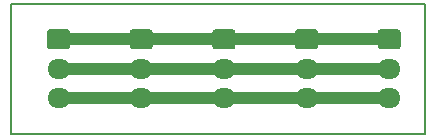
<source format=gbr>
%TF.GenerationSoftware,KiCad,Pcbnew,(5.1.9)-1*%
%TF.CreationDate,2021-06-10T11:00:13+02:00*%
%TF.ProjectId,20_Multiprise_JST_3pins,32305f4d-756c-4746-9970-726973655f4a,rev?*%
%TF.SameCoordinates,Original*%
%TF.FileFunction,Copper,L2,Bot*%
%TF.FilePolarity,Positive*%
%FSLAX46Y46*%
G04 Gerber Fmt 4.6, Leading zero omitted, Abs format (unit mm)*
G04 Created by KiCad (PCBNEW (5.1.9)-1) date 2021-06-10 11:00:13*
%MOMM*%
%LPD*%
G01*
G04 APERTURE LIST*
%TA.AperFunction,Profile*%
%ADD10C,0.150000*%
%TD*%
%TA.AperFunction,ComponentPad*%
%ADD11O,1.950000X1.700000*%
%TD*%
%TA.AperFunction,Conductor*%
%ADD12C,1.000000*%
%TD*%
G04 APERTURE END LIST*
D10*
X145000000Y-133000000D02*
X145000000Y-122000000D01*
X180000000Y-133000000D02*
X145000000Y-133000000D01*
X180000000Y-122000000D02*
X180000000Y-133000000D01*
X145000000Y-122000000D02*
X180000000Y-122000000D01*
%TO.P,J1,1*%
%TO.N,pin1*%
%TA.AperFunction,ComponentPad*%
G36*
G01*
X148275000Y-124150000D02*
X149725000Y-124150000D01*
G75*
G02*
X149975000Y-124400000I0J-250000D01*
G01*
X149975000Y-125600000D01*
G75*
G02*
X149725000Y-125850000I-250000J0D01*
G01*
X148275000Y-125850000D01*
G75*
G02*
X148025000Y-125600000I0J250000D01*
G01*
X148025000Y-124400000D01*
G75*
G02*
X148275000Y-124150000I250000J0D01*
G01*
G37*
%TD.AperFunction*%
D11*
%TO.P,J1,2*%
%TO.N,pin2*%
X149000000Y-127500000D03*
%TO.P,J1,3*%
%TO.N,pin3*%
X149000000Y-130000000D03*
%TD*%
%TO.P,J2,3*%
%TO.N,pin3*%
X156000000Y-130000000D03*
%TO.P,J2,2*%
%TO.N,pin2*%
X156000000Y-127500000D03*
%TO.P,J2,1*%
%TO.N,pin1*%
%TA.AperFunction,ComponentPad*%
G36*
G01*
X155275000Y-124150000D02*
X156725000Y-124150000D01*
G75*
G02*
X156975000Y-124400000I0J-250000D01*
G01*
X156975000Y-125600000D01*
G75*
G02*
X156725000Y-125850000I-250000J0D01*
G01*
X155275000Y-125850000D01*
G75*
G02*
X155025000Y-125600000I0J250000D01*
G01*
X155025000Y-124400000D01*
G75*
G02*
X155275000Y-124150000I250000J0D01*
G01*
G37*
%TD.AperFunction*%
%TD*%
%TO.P,J3,1*%
%TO.N,pin1*%
%TA.AperFunction,ComponentPad*%
G36*
G01*
X162275000Y-124150000D02*
X163725000Y-124150000D01*
G75*
G02*
X163975000Y-124400000I0J-250000D01*
G01*
X163975000Y-125600000D01*
G75*
G02*
X163725000Y-125850000I-250000J0D01*
G01*
X162275000Y-125850000D01*
G75*
G02*
X162025000Y-125600000I0J250000D01*
G01*
X162025000Y-124400000D01*
G75*
G02*
X162275000Y-124150000I250000J0D01*
G01*
G37*
%TD.AperFunction*%
%TO.P,J3,2*%
%TO.N,pin2*%
X163000000Y-127500000D03*
%TO.P,J3,3*%
%TO.N,pin3*%
X163000000Y-130000000D03*
%TD*%
%TO.P,J4,3*%
%TO.N,pin3*%
X170000000Y-130000000D03*
%TO.P,J4,2*%
%TO.N,pin2*%
X170000000Y-127500000D03*
%TO.P,J4,1*%
%TO.N,pin1*%
%TA.AperFunction,ComponentPad*%
G36*
G01*
X169275000Y-124150000D02*
X170725000Y-124150000D01*
G75*
G02*
X170975000Y-124400000I0J-250000D01*
G01*
X170975000Y-125600000D01*
G75*
G02*
X170725000Y-125850000I-250000J0D01*
G01*
X169275000Y-125850000D01*
G75*
G02*
X169025000Y-125600000I0J250000D01*
G01*
X169025000Y-124400000D01*
G75*
G02*
X169275000Y-124150000I250000J0D01*
G01*
G37*
%TD.AperFunction*%
%TD*%
%TO.P,J5,1*%
%TO.N,pin1*%
%TA.AperFunction,ComponentPad*%
G36*
G01*
X176275000Y-124150000D02*
X177725000Y-124150000D01*
G75*
G02*
X177975000Y-124400000I0J-250000D01*
G01*
X177975000Y-125600000D01*
G75*
G02*
X177725000Y-125850000I-250000J0D01*
G01*
X176275000Y-125850000D01*
G75*
G02*
X176025000Y-125600000I0J250000D01*
G01*
X176025000Y-124400000D01*
G75*
G02*
X176275000Y-124150000I250000J0D01*
G01*
G37*
%TD.AperFunction*%
%TO.P,J5,2*%
%TO.N,pin2*%
X177000000Y-127500000D03*
%TO.P,J5,3*%
%TO.N,pin3*%
X177000000Y-130000000D03*
%TD*%
D12*
%TO.N,pin1*%
X149000000Y-125000000D02*
X156000000Y-125000000D01*
X156000000Y-125000000D02*
X163000000Y-125000000D01*
X163000000Y-125000000D02*
X170000000Y-125000000D01*
X170000000Y-125000000D02*
X177000000Y-125000000D01*
%TO.N,pin2*%
X149000000Y-127500000D02*
X156000000Y-127500000D01*
X156000000Y-127500000D02*
X163000000Y-127500000D01*
X163000000Y-127500000D02*
X170000000Y-127500000D01*
X170000000Y-127500000D02*
X177000000Y-127500000D01*
%TO.N,pin3*%
X177000000Y-130000000D02*
X170000000Y-130000000D01*
X163000000Y-130000000D02*
X170000000Y-130000000D01*
X156000000Y-130000000D02*
X163000000Y-130000000D01*
X149000000Y-130000000D02*
X156000000Y-130000000D01*
%TD*%
M02*

</source>
